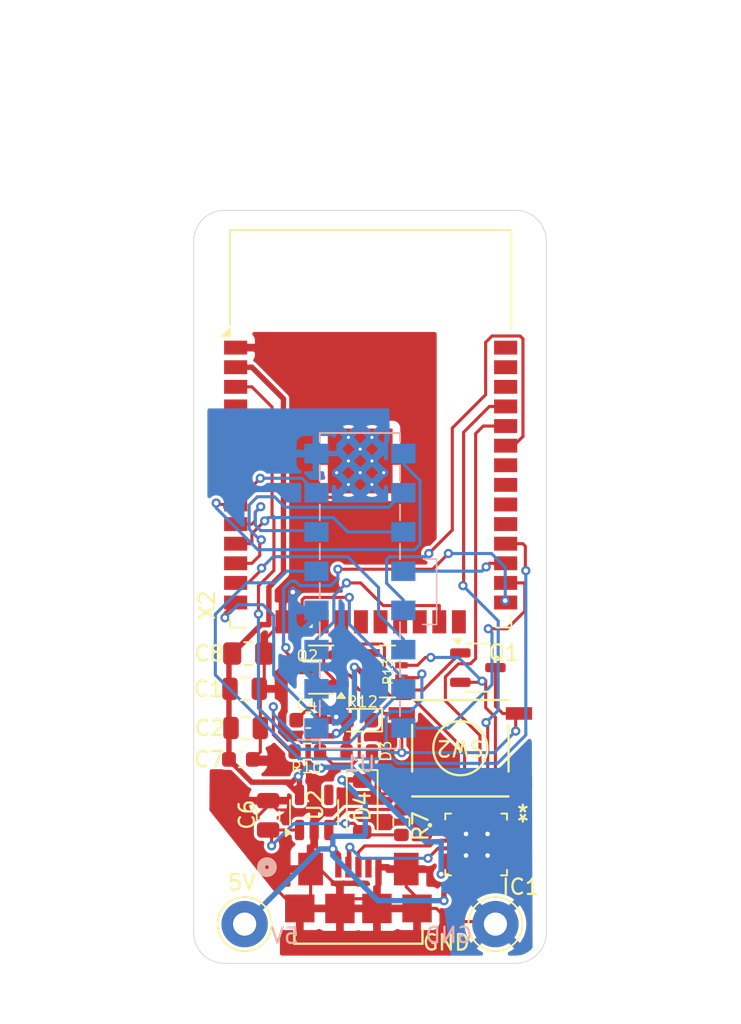
<source format=kicad_pcb>
(kicad_pcb (version 20240108) (generator "pcbnew") (generator_version "8.0")
  (layers (0 "F.Cu" signal) (31 "B.Cu" signal) (34 "B.Paste" user) (35 "F.Paste" user) (36 "B.SilkS" user "B.Silkscreen") (37 "F.SilkS" user "F.Silkscreen") (38 "B.Mask" user) (39 "F.Mask" user) (44 "Edge.Cuts" user))
  (net 0 "")
  (net 1 "GND")
  (net 2 "3.3V")
  (net 3 "/RESET")
  (net 4 "Net-(D4-C)")
  (net 6 "/RTS")
  (net 10 "/DTR")
  (net 12 "VBUS")
  (net 19 "/RXD0")
  (net 21 "Net-(IC1A-D-)")
  (net 23 "/TXD0")
  (net 24 "Net-(Q1-B)")
  (net 25 "Net-(Q2-B)")
  (net 26 "/GPIO0")
  (net 27 "/EN")
  (net 28 "/B1")
  (net 29 "Net-(D3-A)")
  (net 30 "/LED_~{OE}")
  (net 31 "/LED_CLK")
  (net 32 "/STROBE")
  (net 33 "/G2")
  (net 34 "/ADDR_C")
  (net 35 "/G1")
  (net 36 "/ADDR_B")
  (net 37 "/ADDR_D")
  (net 38 "/ADDR_A")
  (net 39 "/B2")
  (net 40 "/R1")
  (net 41 "/R2")
  (net 59 "/D+")
  (footprint "Capacitor_SMD:C_0805_2012Metric" (layer "F.Cu") (at 121.478 114.3)
    (property "Reference" "C2")
    (property "Value" "10uF")
  )
  (footprint "RF_Module:ESP32-WROOM-32" (layer "F.Cu") (at 129.58 97.91)
    (property "Reference" "X2")
    (property "Value" "ESP32_WROOM32_SKINNY")
  )
  (footprint "TestPoint:TestPoint_THTPad_D3.0mm_Drill1.5mm" (layer "F.Cu") (at 137.668 127)
    (property "Reference" "TP2" (hide yes))
    (property "Value" "TestPoint")
  )
  (footprint "Capacitor_SMD:C_0805_2012Metric" (layer "F.Cu") (at 122.936 119.954 90)
    (property "Reference" "C6")
    (property "Value" "10µF")
  )
  (footprint "Resistor_SMD:R_0603_1608Metric" (layer "F.Cu") (at 125.476 115.824)
    (property "Reference" "R10")
    (property "Value" "1K")
  )
  (footprint "Resistor_SMD:R_0603_1608Metric" (layer "F.Cu") (at 131.572 120.396 -90)
    (property "Reference" "R7")
    (property "Value" "100K")
  )
  (footprint "CP2104:QFN50P400X400X80-25N" (layer "F.Cu") (at 136.418 121.843)
    (property "Reference" "IC1")
    (property "Value" "CP2104")
  )
  (footprint "Package_TO_SOT_SMD:SOT-23-3" (layer "F.Cu") (at 126.3705 110.518 180)
    (property "Reference" "Q2")
    (property "Value" "mmbt2222")
  )
  (footprint "Package_TO_SOT_SMD:SOT-23-5" (layer "F.Cu") (at 125.918 119.7665 90)
    (property "Reference" "U2")
    (property "Value" "AP2112-3.3")
  )
  (footprint "Resistor_SMD:R_0603_1608Metric" (layer "F.Cu") (at 128.841 115.824)
    (property "Reference" "R12")
    (property "Value" "100K")
  )
  (footprint "Diode_SMD:D_SOD-123" (layer "F.Cu") (at 129.032 119.38 -90)
    (property "Reference" "D4")
    (property "Value" "MBR120")
  )
  (footprint "Capacitor_SMD:C_0805_2012Metric" (layer "F.Cu") (at 121.412 111.76)
    (property "Reference" "C1")
    (property "Value" "10uF")
  )
  (footprint "Resistor_SMD:R_Array_Convex_4x0603" (layer "F.Cu") (at 130.672 110.636)
    (property "Reference" "R13")
    (property "Value" "10K")
  )
  (footprint "Capacitor_SMD:C_0603_1608Metric" (layer "F.Cu") (at 121.171 116.332)
    (property "Reference" "C7")
    (property "Value" "1uF")
  )
  (footprint "Package_TO_SOT_SMD:SOT-23-3" (layer "F.Cu") (at 136.5305 110.386)
    (property "Reference" "Q1")
    (property "Value" "mmbt2222")
  )
  (footprint "Capacitor_SMD:C_0603_1608Metric" (layer "F.Cu") (at 125.539 113.792)
    (property "Reference" "C4")
    (property "Value" "1uF")
  )
  (footprint "smd_usb_micro_b_connector:CONN_10118192-0002LF_AMP" (layer "F.Cu") (at 128.788 125.5129)
    (property "Reference" "J1" (hide yes))
    (property "Value" "10118192-0002LF")
  )
  (footprint "LED_SMD:LED_0603_1608Metric" (layer "F.Cu") (at 128.841 113.792 180)
    (property "Reference" "D3")
    (property "Value" "RED")
  )
  (footprint "smd_button:PTS645SL43SMTR92LFS_CNK-L" (layer "F.Cu") (at 135.3947 115.606 180)
    (property "Reference" "SW2")
    (property "Value" "KMR2")
  )
  (footprint "Capacitor_SMD:C_0805_2012Metric_Pad1.18x1.45mm_HandSolder" (layer "F.Cu") (at 121.6445 109.474)
    (property "Reference" "C8")
    (property "Value" "10µF")
  )
  (footprint "TestPoint:TestPoint_THTPad_D3.0mm_Drill1.5mm" (layer "F.Cu") (at 121.412 127)
    (property "Reference" "TP1" (hide yes))
    (property "Value" "TestPoint")
  )
  (footprint "Connector:Amphenol 2x8 Connector 89898-308ALF" (layer "B.Cu") (at 128.884 105.41)
    (property "Reference" "U1")
    (property "Value" "HUB75 Connector Female")
  )
  (gr_line (start 133.858 103.3526) (end 133.858 107.5944) (stroke (width 0.1)) (layer "B.SilkS"))
  (gr_line (start 133.858 107.5944) (end 132.9436 107.5944) (stroke (width 0.1)) (layer "B.SilkS"))
  (gr_line (start 132.9944 103.3526) (end 133.858 103.3526) (stroke (width 0.1)) (layer "B.SilkS"))
  (gr_line (start 120.11 80.772) (end 138.97 80.772) (stroke (width 0.05)) (layer "Edge.Cuts"))
  (gr_arc (start 120.11 129.54) (mid 118.695786 128.954214) (end 118.11 127.54) (stroke (width 0.05)) (layer "Edge.Cuts"))
  (gr_line (start 140.97 82.772) (end 140.97 127.54) (stroke (width 0.05)) (layer "Edge.Cuts"))
  (gr_line (start 118.11 127.54) (end 118.11 82.772) (stroke (width 0.05)) (layer "Edge.Cuts"))
  (gr_line (start 138.97 129.54) (end 120.11 129.54) (stroke (width 0.05)) (layer "Edge.Cuts"))
  (gr_arc (start 138.97 80.772) (mid 140.384214 81.357786) (end 140.97 82.772) (stroke (width 0.05)) (layer "Edge.Cuts"))
  (gr_arc (start 118.11 82.772) (mid 118.695786 81.357786) (end 120.11 80.772) (stroke (width 0.05)) (layer "Edge.Cuts"))
  (gr_arc (start 140.97 127.54) (mid 140.384214 128.954214) (end 138.97 129.54) (stroke (width 0.05)) (layer "Edge.Cuts"))
  (gr_text "GND" (at 136.271 128.2954 0) (layer "B.SilkS") (effects (font (size 1 1)) (justify left bottom mirror)))
  (gr_text "5V" (at 125.0188 128.3462 0) (layer "B.SilkS") (effects (font (size 1 1)) (justify left bottom mirror)))
  (gr_text "GND" (at 132.8674 128.778 0) (layer "F.SilkS") (effects (font (size 1 1)) (justify left bottom)))
  (gr_text "5V" (at 120.2182 124.8918 0) (layer "F.SilkS") (effects (font (size 1 1)) (justify left bottom)))
  (segment (start 130.425 96.2375) (end 130.425 95.475) (width 0.2) (layer "F.Cu") (net 1))
  (segment (start 130.889401 118.564) (end 131.5974 117.856001) (width 0.2) (layer "F.Cu") (net 1))
  (segment (start 130.088 124.63) (end 130.088 123.309) (width 0.2) (layer "F.Cu") (net 1))
  (segment (start 123.641 123.434) (end 123.641 124.911) (width 0.2) (layer "F.Cu") (net 1))
  (segment (start 132.347 119.451) (end 133.989 121.093) (width 0.2) (layer "F.Cu") (net 1))
  (segment (start 128.054 115.786) (end 128.016 115.824) (width 0.2) (layer "F.Cu") (net 1))
  (segment (start 122.258 116.644) (end 121.946 116.332) (width 0.2) (layer "F.Cu") (net 1))
  (segment (start 126.292 123.434) (end 127.588 124.73) (width 0.2) (layer "F.Cu") (net 1))
  (segment (start 125.918 120.904) (end 125.918 120.526) (width 0.2) (layer "F.Cu") (net 1))
  (segment (start 135.668 121.093) (end 134.463 121.093) (width 0.2) (layer "F.Cu") (net 1))
  (segment (start 137.668 126.836) (end 137.668 127) (width 0.2) (layer "F.Cu") (net 1))
  (segment (start 123.541 119.609) (end 125.57 119.609) (width 0.2) (layer "F.Cu") (net 1))
  (segment (start 123.87 107.42) (end 122.682 108.608) (width 0.2) (layer "F.Cu") (net 1))
  (segment (start 121.888 120.391) (end 121.888 121.681) (width 0.2) (layer "F.Cu") (net 1))
  (segment (start 128.0535 113.792) (end 128.054 113.792) (width 0.2) (layer "F.Cu") (net 1))
  (segment (start 123.106 119.174) (end 121.888 120.391) (width 0.2) (layer "F.Cu") (net 1))
  (segment (start 129.988 124.73) (end 130.088 124.63) (width 0.2) (layer "F.Cu") (net 1))
  (segment (start 125.918 120.526) (end 126.677 119.766) (width 0.2) (layer "F.Cu") (net 1))
  (segment (start 125.857 120.843) (end 125.918 120.904) (width 0.2) (layer "F.Cu") (net 1))
  (segment (start 128.9 97.7625) (end 128.9 97) (width 0.2) (layer "F.Cu") (net 1))
  (segment (start 126.677 119.766) (end 127.073 119.766) (width 0.2) (layer "F.Cu") (net 1))
  (segment (start 123.641 124.911) (end 124.714 125.984) (width 0.2) (layer "F.Cu") (net 1))
  (segment (start 125.688 123.434) (end 126.292 123.434) (width 0.2) (layer "F.Cu") (net 1))
  (segment (start 128.9 97) (end 128.9 96.2375) (width 0.2) (layer "F.Cu") (net 1))
  (segment (start 135.763 121.188) (end 135.763 121.158) (width 0.2) (layer "F.Cu") (net 1))
  (segment (start 127.375 96.2375) (end 127.375 95.475) (width 0.2) (layer "F.Cu") (net 1))
  (segment (start 123.106 119.174) (end 123.541 119.609) (width 0.2) (layer "F.Cu") (net 1))
  (segment (start 128.0535 113.792) (end 127.254 113.792) (width 0.2) (layer "F.Cu") (net 1))
  (segment (start 128.9 98.525) (end 128.9 97.7625) (width 0.2) (layer "F.Cu") (net 1))
  (segment (start 125.688 125.284) (end 125.688 123.434) (width 0.2) (layer "F.Cu") (net 1))
  (segment (start 127.375 97.7625) (end 127.375 97) (width 0.2) (layer "F.Cu") (net 1))
  (segment (start 131.888 124.589) (end 131.888 123.434) (width 0.2) (layer "F.Cu") (net 1))
  (segment (start 139.192 125.312) (end 137.668 126.836) (width 0.2) (layer "F.Cu") (net 1))
  (segment (start 125.57 119.609) (end 125.857 119.896) (width 0.2) (layer "F.Cu") (net 1))
  (segment (start 121.882 89.66) (end 124.59 92.3683) (width 0.2) (layer "F.Cu") (net 1))
  (segment (start 128.054 113.792) (end 128.054 115.786) (width 0.2) (layer "F.Cu") (net 1))
  (segment (start 125.857 119.896) (end 125.857 120.843) (width 0.2) (layer "F.Cu") (net 1))
  (segment (start 124.950629 116.644) (end 122.258 116.644) (width 0.2) (layer "F.Cu") (net 1))
  (segment (start 124.988 125.984) (end 125.688 125.284) (width 0.2) (layer "F.Cu") (net 1))
  (segment (start 127.375 97) (end 127.375 96.2375) (width 0.2) (layer "F.Cu") (net 1))
  (segment (start 133.283 125.984) (end 131.888 124.589) (width 0.2) (layer "F.Cu") (net 1))
  (segment (start 133.842 125.984) (end 133.283 125.984) (width 0.2) (layer "F.Cu") (net 1))
  (segment (start 127.588 125.984) (end 127.588 125.357) (width 0.2) (layer "F.Cu") (net 1))
  (segment (start 125.57 119.609) (end 125.57 117.263371) (width 0.2) (layer "F.Cu") (net 1))
  (segment (start 124.968 99.7297) (end 124.59 99.3517) (width 0.2) (layer "F.Cu") (net 1))
  (segment (start 120.83 89.66) (end 121.882 89.66) (width 0.2) (layer "F.Cu") (net 1))
  (segment (start 122.428 115.85) (end 122.428 114.3) (width 0.2) (layer "F.Cu") (net 1))
  (segment (start 127.375 98.525) (end 127.375 97.7625) (width 0.2) (layer "F.Cu") (net 1))
  (segment (start 122.682 108.608) (end 122.682 109.474) (width 0.2) (layer "F.Cu") (net 1))
  (segment (start 124.968 105.27) (end 124.968 99.7297) (width 0.2) (layer "F.Cu") (net 1))
  (segment (start 122.682 109.474) (end 122.682 111.44) (width 0.2) (layer "F.Cu") (net 1))
  (segment (start 130.425 97) (end 130.425 96.2375) (width 0.2) (layer "F.Cu") (net 1))
  (segment (start 124.59 92.3683) (end 124.59 99.3517) (width 0.2) (layer "F.Cu") (net 1))
  (segment (start 135.733 121.158) (end 135.668 121.093) (width 0.2) (layer "F.Cu") (net 1))
  (segment (start 122.936 119.004) (end 123.106 119.174) (width 0.2) (layer "F.Cu") (net 1))
  (segment (start 136.418 121.843) (end 135.763 121.188) (width 0.2) (layer "F.Cu") (net 1))
  (segment (start 128.276 118.564) (end 130.889401 118.564) (width 0.2) (layer "F.Cu") (net 1))
  (segment (start 127.375 99.3517) (end 127.375 98.525) (width 0.2) (layer "F.Cu") (net 1))
  (segment (start 123.87 106.368) (end 124.968 105.27) (width 0.2) (layer "F.Cu") (net 1))
  (segment (start 121.946 116.332) (end 122.428 115.85) (width 0.2) (layer "F.Cu") (net 1))
  (segment (start 130.425 98.525) (end 130.425 97.7625) (width 0.2) (layer "F.Cu") (net 1))
  (segment (start 134.695 126.836) (end 133.842 125.984) (width 0.2) (layer "F.Cu") (net 1))
  (segment (start 123.87 107.42) (end 123.87 106.368) (width 0.2) (layer "F.Cu") (net 1))
  (segment (start 124.714 125.984) (end 124.988 125.984) (width 0.2) (layer "F.Cu") (net 1))
  (segment (start 127.254 113.675776) (end 127.347167 113.582609) (width 0.2) (layer "F.Cu") (net 1))
  (segment (start 121.888 121.681) (end 123.641 123.434) (width 0.2) (layer "F.Cu") (net 1))
  (segment (start 130.425 97.7625) (end 130.425 97) (width 0.2) (layer "F.Cu") (net 1))
  (segment (start 124.59 99.3517) (end 127.375 99.3517) (width 0.2) (layer "F.Cu") (net 1))
  (segment (start 127.254 113.792) (end 126.314 113.792) (width 0.2) (layer "F.Cu") (net 1))
  (segment (start 127.588 124.73) (end 127.588 125.357) (width 0.2) (layer "F.Cu") (net 1))
  (segment (start 135.763 121.158) (end 135.733 121.158) (width 0.2) (layer "F.Cu") (net 1))
  (segment (start 128.9 96.2375) (end 128.9 95.475) (width 0.2) (layer "F.Cu") (net 1))
  (segment (start 122.428 111.826) (end 122.428 114.3) (width 0.2) (layer "F.Cu") (net 1))
  (segment (start 127.073 119.766) (end 128.276 118.564) (width 0.2) (layer "F.Cu") (net 1))
  (segment (start 129.988 125.357) (end 129.988 124.73) (width 0.2) (layer "F.Cu") (net 1))
  (segment (start 133.989 121.093) (end 134.463 121.093) (width 0.2) (layer "F.Cu") (net 1))
  (segment (start 132.347 118.605601) (end 132.347 119.451) (width 0.2) (layer "F.Cu") (net 1))
  (segment (start 130.213 123.434) (end 130.088 123.309) (width 0.2) (layer "F.Cu") (net 1))
  (segment (start 129.988 125.357) (end 127.588 125.357) (width 0.2) (layer "F.Cu") (net 1))
  (segment (start 127.254 113.792) (end 127.254 113.675776) (width 0.2) (layer "F.Cu") (net 1))
  (segment (start 122.362 111.76) (end 122.428 111.826) (width 0.2) (layer "F.Cu") (net 1))
  (segment (start 139.192 117.856) (end 139.192 125.312) (width 0.2) (layer "F.Cu") (net 1))
  (segment (start 129.988 125.984) (end 129.988 125.357) (width 0.2) (layer "F.Cu") (net 1))
  (segment (start 131.888 123.434) (end 130.213 123.434) (width 0.2) (layer "F.Cu") (net 1))
  (segment (start 131.5974 117.856001) (end 132.347 118.605601) (width 0.2) (layer "F.Cu") (net 1))
  (segment (start 137.668 126.836) (end 134.695 126.836) (width 0.2) (layer "F.Cu") (net 1))
  (segment (start 122.682 111.44) (end 122.362 111.76) (width 0.2) (layer "F.Cu") (net 1))
  (segment (start 123.641 123.434) (end 125.688 123.434) (width 0.2) (layer "F.Cu") (net 1))
  (segment (start 125.57 117.263371) (end 124.950629 116.644) (width 0.2) (layer "F.Cu") (net 1))
  (segment (start 128.138 98.525) (end 128.138 97) (width 0.2) (layer "F.Cu") (net 1))
  (via (at 135.763 122.555) (size 0.6) (drill 0.3) (layers "F.Cu" "B.Cu") (net 1))
  (via (at 137.16 122.555) (size 0.6) (drill 0.3) (layers "F.Cu" "B.Cu") (net 1))
  (via (at 127.347167 113.582609) (size 0.6) (drill 0.3) (layers "F.Cu" "B.Cu") (net 1))
  (via (at 124.5343 105.4948) (size 0.6) (drill 0.3) (layers "F.Cu" "B.Cu") (net 1))
  (via (at 137.16 121.158) (size 0.6) (drill 0.3) (layers "F.Cu" "B.Cu") (net 1))
  (via (at 135.763 121.158) (size 0.6) (drill 0.3) (layers "F.Cu" "B.Cu") (net 1))
  (segment (start 126.069 111.76) (end 126.069 111.357313) (width 0.35) (layer "B.Cu") (net 1))
  (segment (start 124.820687 108.300883) (end 126.069 107.05257) (width 0.35) (layer "B.Cu") (net 1))
  (segment (start 124.820687 110.109) (end 124.820687 108.300883) (width 0.35) (layer "B.Cu") (net 1))
  (segment (start 124.5343 105.4948) (end 124.5343 105.9923) (width 0.35) (layer "B.Cu") (net 1))
  (segment (start 125.095 106.553) (end 125.942 106.553) (width 0.35) (layer "B.Cu") (net 1))
  (segment (start 125.942 106.553) (end 126.069 106.68) (width 0.35) (layer "B.Cu") (net 1))
  (segment (start 126.069 96.52) (end 127.6096 96.52) (width 0.35) (layer "B.Cu") (net 1))
  (segment (start 126.069 107.05257) (end 126.069 106.68) (width 0.35) (layer "B.Cu") (net 1))
  (segment (start 127.347167 113.582609) (end 126.069 112.304442) (width 0.35) (layer "B.Cu") (net 1))
  (segment (start 126.069 111.357313) (end 124.820687 110.109) (width 0.35) (layer "B.Cu") (net 1))
  (segment (start 124.5343 105.9923) (end 125.095 106.553) (width 0.35) (layer "B.Cu") (net 1))
  (segment (start 126.069 112.304442) (end 126.069 111.76) (width 0.35) (layer "B.Cu") (net 1))
  (segment (start 120.396 114.168) (end 120.528 114.3) (width 0.35) (layer "F.Cu") (net 2))
  (segment (start 129.324 111.036) (end 129.772 111.036) (width 0.35) (layer "F.Cu") (net 2))
  (segment (start 124.143 117.804) (end 124.968 118.629) (width 0.35) (layer "F.Cu") (net 2))
  (segment (start 120.462 111.76) (end 120.396 111.826) (width 0.35) (layer "F.Cu") (net 2))
  (segment (start 134.149 123.722) (end 134.138 123.733) (width 0.35) (layer "F.Cu") (net 2))
  (segment (start 120.396 116.332) (end 121.868 117.804) (width 0.35) (layer "F.Cu") (net 2))
  (segment (start 120.607 109.474) (end 122.478757 107.602243) (width 0.35) (layer "F.Cu") (net 2))
  (segment (start 134.463 123.54) (end 134.463 123.093) (width 0.35) (layer "F.Cu") (net 2))
  (segment (start 123.9266 92.9746) (end 121.882 90.93) (width 0.35) (layer "F.Cu") (net 2))
  (segment (start 124.968 117.5099) (end 124.968 118.629) (width 0.35) (layer "F.Cu") (net 2))
  (segment (start 125.9129 116.8959) (end 126.365 116.8959) (width 0.35) (layer "F.Cu") (net 2))
  (segment (start 122.985099 105.184901) (end 123.9266 104.2434) (width 0.35) (layer "F.Cu") (net 2))
  (segment (start 128.645989 110.357989) (end 129.324 111.036) (width 0.35) (layer "F.Cu") (net 2))
  (segment (start 124.49 117.804) (end 123.952 117.804) (width 0.35) (layer "F.Cu") (net 2))
  (segment (start 134.33 123.54) (end 134.149 123.722) (width 0.35) (layer "F.Cu") (net 2))
  (segment (start 127.354002 114.6425) (end 127.188502 114.808) (width 0.35) (layer "F.Cu") (net 2))
  (segment (start 120.396 114.432) (end 120.528 114.3) (width 0.35) (layer "F.Cu") (net 2))
  (segment (start 125.526 116.509) (end 125.9129 116.8959) (width 0.35) (layer "F.Cu") (net 2))
  (segment (start 124.8905 117.4324) (end 124.968 117.5099) (width 0.35) (layer "F.Cu") (net 2))
  (segment (start 124.861 117.433) (end 124.49 117.804) (width 0.35) (layer "F.Cu") (net 2))
  (segment (start 134.149 123.722) (end 134.149 123.76) (width 0.35) (layer "F.Cu") (net 2))
  (segment (start 121.882 90.93) (end 120.83 90.93) (width 0.35) (layer "F.Cu") (net 2))
  (segment (start 120.396 111.826) (end 120.396 114.168) (width 0.35) (layer "F.Cu") (net 2))
  (segment (start 120.462 111.76) (end 120.396 111.694) (width 0.35) (layer "F.Cu") (net 2))
  (segment (start 123.9266 104.2434) (end 123.9266 92.9746) (width 0.35) (layer "F.Cu") (net 2))
  (segment (start 134.463 123.093) (end 134.463 122.593) (width 0.35) (layer "F.Cu") (net 2))
  (segment (start 122.985099 107.602243) (end 122.985099 105.184901) (width 0.35) (layer "F.Cu") (net 2))
  (segment (start 125.603 114.808) (end 125.526 114.885) (width 0.35) (layer "F.Cu") (net 2))
  (segment (start 120.396 116.332) (end 120.396 114.432) (width 0.35) (layer "F.Cu") (net 2))
  (segment (start 134.91 123.54) (end 134.463 123.54) (width 0.35) (layer "F.Cu") (net 2))
  (segment (start 127.188502 114.808) (end 125.603 114.808) (width 0.35) (layer "F.Cu") (net 2))
  (segment (start 120.396 109.685) (end 120.607 109.474) (width 0.35) (layer "F.Cu") (net 2))
  (segment (start 125.526 114.885) (end 125.526 116.509) (width 0.35) (layer "F.Cu") (net 2))
  (segment (start 120.396 111.694) (end 120.396 109.685) (width 0.35) (layer "F.Cu") (net 2))
  (segment (start 134.463 123.54) (end 134.33 123.54) (width 0.35) (layer "F.Cu") (net 2))
  (segment (start 121.868 117.804) (end 124.143 117.804) (width 0.35) (layer "F.Cu") (net 2))
  (segment (start 128.527105 110.357989) (end 128.645989 110.357989) (width 0.35) (layer "F.Cu") (net 2))
  (segment (start 122.478757 107.602243) (end 122.985099 107.602243) (width 0.35) (layer "F.Cu") (net 2))
  (segment (start 135.168 123.798) (end 134.91 123.54) (width 0.35) (layer "F.Cu") (net 2))
  (via (at 124.8905 117.4324) (size 0.6) (drill 0.3) (layers "F.Cu" "B.Cu") (net 2))
  (via (at 128.527105 110.357989) (size 0.6) (drill 0.3) (layers "F.Cu" "B.Cu") (net 2))
  (via (at 134.149 123.76) (size 0.6) (drill 0.3) (layers "F.Cu" "B.Cu") (net 2))
  (via (at 127.354002 114.6425) (size 0.6) (drill 0.3) (layers "F.Cu" "B.Cu") (net 2))
  (via (at 126.365 116.8959) (size 0.6) (drill 0.3) (layers "F.Cu" "B.Cu") (net 2))
  (segment (start 133.1387 121.666) (end 134.149 121.666) (width 0.35) (layer "B.Cu") (net 2))
  (segment (start 127.354002 114.6425) (end 127.5465 114.6425) (width 0.35) (layer "B.Cu") (net 2))
  (segment (start 127.5465 114.6425) (end 128.527105 113.661895) (width 0.35) (layer "B.Cu") (net 2))
  (segment (start 124.8905 117.4324) (end 125.4829 116.84) (width 0.35) (layer "B.Cu") (net 2))
  (segment (start 125.4829 116.84) (end 128.3127 116.84) (width 0.35) (layer "B.Cu") (net 2))
  (segment (start 134.149 121.666) (end 134.149 123.76) (width 0.35) (layer "B.Cu") (net 2))
  (segment (start 128.3127 116.84) (end 133.1387 121.666) (width 0.35) (layer "B.Cu") (net 2))
  (segment (start 128.527105 113.661895) (end 128.527105 110.357989) (width 0.35) (layer "B.Cu") (net 2))
  (segment (start 132.6632 111.036) (end 132.9015 110.7977) (width 0.2) (layer "F.Cu") (net 3))
  (segment (start 123.19 93.508) (end 123.19 100.516371) (width 0.2) (layer "F.Cu") (net 3))
  (segment (start 139.192 113.356) (end 138.666 113.356) (width 0.2) (layer "F.Cu") (net 3))
  (segment (start 138.983 113.673) (end 138.983 114.4983) (width 0.2) (layer "F.Cu") (net 3))
  (segment (start 138.14 113.356) (end 137.668 112.884) (width 0.2) (layer "F.Cu") (net 3))
  (segment (start 131.597 113.704) (end 131.597 113.356) (width 0.2) (layer "F.Cu") (net 3))
  (segment (start 138.666 113.356) (end 138.983 113.673) (width 0.2) (layer "F.Cu") (net 3))
  (segment (start 123.19 100.516371) (end 123.3111 100.637471) (width 0.2) (layer "F.Cu") (net 3))
  (segment (start 131.5974 113.7036) (end 131.5974 113.356) (width 0.2) (layer "F.Cu") (net 3))
  (segment (start 125.573 112.983) (end 124.764 113.792) (width 0.2) (layer "F.Cu") (net 3))
  (segment (start 131.597 115.8959) (end 131.597 114.052) (width 0.2) (layer "F.Cu") (net 3))
  (segment (start 120.83 92.2) (end 121.882 92.2) (width 0.2) (layer "F.Cu") (net 3))
  (segment (start 131.572 111.036) (end 132.6632 111.036) (width 0.2) (layer "F.Cu") (net 3))
  (segment (start 130.445 113.356) (end 130.072 112.983) (width 0.2) (layer "F.Cu") (net 3))
  (segment (start 121.882 92.2) (end 123.19 93.508) (width 0.2) (layer "F.Cu") (net 3))
  (segment (start 131.597 114.052) (end 131.597 113.704) (width 0.2) (layer "F.Cu") (net 3))
  (segment (start 131.597 113.356) (end 130.445 113.356) (width 0.2) (layer "F.Cu") (net 3))
  (segment (start 123.3111 104.0899) (end 122.309 105.092) (width 0.2) (layer "F.Cu") (net 3))
  (segment (start 138.666 113.356) (end 138.14 113.356) (width 0.2) (layer "F.Cu") (net 3))
  (segment (start 137.668 112.884) (end 137.668 110.386) (width 0.2) (layer "F.Cu") (net 3))
  (segment (start 130.072 112.983) (end 125.573 112.983) (width 0.2) (layer "F.Cu") (net 3))
  (segment (start 122.309 105.092) (end 122.309 106.9142) (width 0.2) (layer "F.Cu") (net 3))
  (segment (start 123.3111 100.637471) (end 123.3111 104.0899) (width 0.2) (layer "F.Cu") (net 3))
  (segment (start 131.597 113.704) (end 131.5974 113.7036) (width 0.2) (layer "F.Cu") (net 3))
  (via (at 132.9015 110.7977) (size 0.6) (drill 0.3) (layers "F.Cu" "B.Cu") (net 3))
  (via (at 138.983 114.4983) (size 0.6) (drill 0.3) (layers "F.Cu" "B.Cu") (net 3))
  (via (at 131.597 115.8959) (size 0.6) (drill 0.3) (layers "F.Cu" "B.Cu") (net 3))
  (via (at 122.309 106.9142) (size 0.6) (drill 0.3) (layers "F.Cu" "B.Cu") (net 3))
  (segment (start 132.9015 112.4816) (end 132.9015 110.7977) (width 0.2) (layer "B.Cu") (net 3))
  (segment (start 130.586 113.5206) (end 130.8758 113.2308) (width 0.2) (layer "B.Cu") (net 3))
  (segment (start 130.8758 113.2308) (end 132.1523 113.2308) (width 0.2) (layer "B.Cu") (net 3))
  (segment (start 131.597 115.8959) (end 137.5854 115.8959) (width 0.2) (layer "B.Cu") (net 3))
  (segment (start 137.5854 115.8959) (end 138.983 114.4983) (width 0.2) (layer "B.Cu") (net 3))
  (segment (start 130.804 115.8959) (end 130.586 115.6779) (width 0.2) (layer "B.Cu") (net 3))
  (segment (start 124.9813 115.6779) (end 122.309 113.0056) (width 0.2) (layer "B.Cu") (net 3))
  (segment (start 122.309 113.0056) (end 122.309 106.9142) (width 0.2) (layer "B.Cu") (net 3))
  (segment (start 130.586 115.6779) (end 130.586 113.5206) (width 0.2) (layer "B.Cu") (net 3))
  (segment (start 132.1523 113.2308) (end 132.9015 112.4816) (width 0.2) (layer "B.Cu") (net 3))
  (segment (start 130.586 115.6779) (end 124.9813 115.6779) (width 0.2) (layer "B.Cu") (net 3))
  (segment (start 131.597 115.8959) (end 130.804 115.8959) (width 0.2) (layer "B.Cu") (net 3))
  (segment (start 128.471 120.469) (end 129.032 121.03) (width 0.2) (layer "F.Cu") (net 4))
  (segment (start 129.223 121.221) (end 129.032 121.03) (width 0.2) (layer "F.Cu") (net 4))
  (segment (start 123.1625 121.1305) (end 122.936 120.904) (width 0.2) (layer "F.Cu") (net 4))
  (segment (start 124.968 120.904) (end 124.538 120.904) (width 0.2) (layer "F.Cu") (net 4))
  (segment (start 127.934 120.469) (end 128.471 120.469) (width 0.2) (layer "F.Cu") (net 4))
  (segment (start 131.572 121.221) (end 129.223 121.221) (width 0.2) (layer "F.Cu") (net 4))
  (segment (start 127.934 120.469) (end 127.934 120.4905) (width 0.2) (layer "F.Cu") (net 4))
  (segment (start 124.538 120.904) (end 122.936 120.904) (width 0.2) (layer "F.Cu") (net 4))
  (segment (start 123.1625 121.923) (end 123.1625 121.1305) (width 0.2) (layer "F.Cu") (net 4))
  (segment (start 127.934 120.4905) (end 127.9324 120.4921) (width 0.2) (layer "F.Cu") (net 4))
  (via (at 123.1625 121.923) (size 0.6) (drill 0.3) (layers "F.Cu" "B.Cu") (net 4))
  (via (at 127.9324 120.4921) (size 0.6) (drill 0.3) (layers "F.Cu" "B.Cu") (net 4))
  (segment (start 124.5934 120.4921) (end 123.1625 121.923) (width 0.2) (layer "B.Cu") (net 4))
  (segment (start 127.9324 120.4921) (end 124.5934 120.4921) (width 0.2) (layer "B.Cu") (net 4))
  (segment (start 137.038 111.336) (end 137.036 111.336) (width 0.2) (layer "F.Cu") (net 6))
  (segment (start 137.668 113.611) (end 137.668 119.888) (width 0.2) (layer "F.Cu") (net 6))
  (segment (start 137.038 111.2625) (end 137.038 111.336) (width 0.2) (layer "F.Cu") (net 6))
  (segment (start 137.038 112.981) (end 137.668 113.611) (width 0.2) (layer "F.Cu") (net 6))
  (segment (start 132.614671 110.236) (end 131.572 110.236) (width 0.2) (layer "F.Cu") (net 6))
  (segment (start 133.477 109.728) (end 133.122671 109.728) (width 0.2) (layer "F.Cu") (net 6))
  (segment (start 136.8026 111.2625) (end 137.038 111.2625) (width 0.2) (layer "F.Cu") (net 6))
  (segment (start 137.036 111.336) (end 137.038 111.336) (width 0.2) (layer "F.Cu") (net 6))
  (segment (start 137.038 111.215) (end 137.038 111.2625) (width 0.2) (layer "F.Cu") (net 6))
  (segment (start 133.122671 109.728) (end 132.614671 110.236) (width 0.2) (layer "F.Cu") (net 6))
  (segment (start 135.393 111.336) (end 137.036 111.336) (width 0.2) (layer "F.Cu") (net 6))
  (segment (start 137.038 111.336) (end 137.038 112.981) (width 0.2) (layer "F.Cu") (net 6))
  (via (at 136.8026 111.2625) (size 0.6) (drill 0.3) (layers "F.Cu" "B.Cu") (net 6))
  (via (at 133.477 109.728) (size 0.6) (drill 0.3) (layers "F.Cu" "B.Cu") (net 6))
  (segment (start 135.2681 109.728) (end 136.8026 111.2625) (width 0.2) (layer "B.Cu") (net 6))
  (segment (start 133.477 109.728) (end 135.2681 109.728) (width 0.2) (layer "B.Cu") (net 6))
  (segment (start 129.772 111.836) (end 130.474 111.836) (width 0.2) (layer "F.Cu") (net 10))
  (segment (start 128.854 111.836) (end 128.4705 111.4525) (width 0.2) (layer "F.Cu") (net 10))
  (segment (start 127.508 110.49) (end 127.508 109.568) (width 0.2) (layer "F.Cu") (net 10))
  (segment (start 128.211052 110.868) (end 127.886 110.868) (width 0.2) (layer "F.Cu") (net 10))
  (segment (start 128.4705 111.127448) (end 128.211052 110.868) (width 0.2) (layer "F.Cu") (net 10))
  (segment (start 131.025 112.388) (end 132.335 112.388) (width 0.2) (layer "F.Cu") (net 10))
  (segment (start 127.886 110.868) (end 127.508 110.49) (width 0.2) (layer "F.Cu") (net 10))
  (segment (start 132.335 112.388) (end 135.668 115.72) (width 0.2) (layer "F.Cu") (net 10))
  (segment (start 135.668 115.72) (end 135.668 119.888) (width 0.2) (layer "F.Cu") (net 10))
  (segment (start 129.772 111.836) (end 128.854 111.836) (width 0.2) (layer "F.Cu") (net 10))
  (segment (start 130.474 111.836) (end 131.025 112.388) (width 0.2) (layer "F.Cu") (net 10))
  (segment (start 128.4705 111.4525) (end 128.4705 111.127448) (width 0.2) (layer "F.Cu") (net 10))
  (segment (start 134.333 125.227) (end 134.3331 125.2271) (width 0.35) (layer "F.Cu") (net 12))
  (segment (start 127.2146 122.1341) (end 127.127 122.1341) (width 0.35) (layer "F.Cu") (net 12))
  (segment (start 134.3331 125.2271) (end 134.3331 125.4813) (width 0.35) (layer "F.Cu") (net 12))
  (segment (start 135.499 124.531) (end 135.6614 124.3686) (width 0.35) (layer "F.Cu") (net 12))
  (segment (start 135.6614 124.3686) (end 135.6614 124.206) (width 0.35) (layer "F.Cu") (net 12))
  (segment (start 127.7137 117.6193) (end 127.7137 117.6602) (width 0.35) (layer "F.Cu") (net 12))
  (segment (start 127.488 122.4951) (end 127.127 122.1341) (width 0.35) (layer "F.Cu") (net 12))
  (segment (start 127.7137 117.6602) (end 128.9622 117.6602) (width 0.35) (layer "F.Cu") (net 12))
  (segment (start 129.349 117.413) (end 129.032 117.73) (width 0.35) (layer "F.Cu") (net 12))
  (segment (start 129.666 117.096) (end 129.349 117.413) (width 0.35) (layer "F.Cu") (net 12))
  (segment (start 127.488 123.309) (end 127.488 122.4951) (width 0.35) (layer "F.Cu") (net 12))
  (segment (start 134.333 125.227) (end 134.333 124.856) (width 0.35) (layer "F.Cu") (net 12))
  (segment (start 128.9622 117.6602) (end 129.032 117.73) (width 0.35) (layer "F.Cu") (net 12))
  (segment (start 134.658 124.531) (end 135.499 124.531) (width 0.35) (layer "F.Cu") (net 12))
  (segment (start 129.666 115.824) (end 129.666 116.809) (width 0.35) (layer "F.Cu") (net 12))
  (segment (start 134.333 125.598) (end 134.333 125.227) (width 0.35) (layer "F.Cu") (net 12))
  (segment (start 134.333 124.856) (end 134.658 124.531) (width 0.35) (layer "F.Cu") (net 12))
  (segment (start 129.666 116.809) (end 129.666 117.096) (width 0.35) (layer "F.Cu") (net 12))
  (via (at 127.7137 117.6602) (size 0.6) (drill 0.3) (layers "F.Cu" "B.Cu") (net 12))
  (via (at 134.3331 125.4813) (size 0.6) (drill 0.3) (layers "F.Cu" "B.Cu") (net 12))
  (via (at 127.127 122.1341) (size 0.6) (drill 0.3) (layers "F.Cu" "B.Cu") (net 12))
  (segment (start 127.127 121.3612) (end 127.127 122.1341) (width 0.35) (layer "B.Cu") (net 12))
  (segment (start 129.2352 119.5832) (end 129.2352 119.1817) (width 0.35) (layer "B.Cu") (net 12))
  (segment (start 129.2352 119.1817) (end 127.7137 117.6602) (width 0.35) (layer "B.Cu") (net 12))
  (segment (start 127.127 122.1341) (end 127.127 122.555) (width 0.35) (layer "B.Cu") (net 12))
  (segment (start 126.2779 122.1341) (end 121.412 127) (width 0.35) (layer "B.Cu") (net 12))
  (segment (start 127.127 122.1341) (end 126.2779 122.1341) (width 0.35) (layer "B.Cu") (net 12))
  (segment (start 129.2352 121.1834) (end 129.1082 121.3104) (width 0.35) (layer "B.Cu") (net 12))
  (segment (start 129.2352 119.5832) (end 129.2352 121.1834) (width 0.35) (layer "B.Cu") (net 12))
  (segment (start 127.1778 121.3104) (end 127.127 121.3612) (width 0.35) (layer "B.Cu") (net 12))
  (segment (start 127.127 122.1341) (end 127.2642 122.1341) (width 0.35) (layer "B.Cu") (net 12))
  (segment (start 130.0533 125.4813) (end 134.3331 125.4813) (width 0.35) (layer "B.Cu") (net 12))
  (segment (start 129.1082 121.3104) (end 127.1778 121.3104) (width 0.35) (layer "B.Cu") (net 12))
  (segment (start 127.127 122.555) (end 130.0533 125.4813) (width 0.35) (layer "B.Cu") (net 12))
  (segment (start 134.426 110.986) (end 135.274 110.138) (width 0.2) (layer "F.Cu") (net 19))
  (segment (start 136.049 110.138) (end 136.386 109.802) (width 0.2) (layer "F.Cu") (net 19))
  (segment (start 136.386 109.802) (end 136.386 95.229) (width 0.2) (layer "F.Cu") (net 19))
  (segment (start 136.386 95.229) (end 136.875 94.74) (width 0.2) (layer "F.Cu") (net 19))
  (segment (start 136.875 94.74) (end 138.33 94.74) (width 0.2) (layer "F.Cu") (net 19))
  (segment (start 135.274 110.138) (end 136.049 110.138) (width 0.2) (layer "F.Cu") (net 19))
  (segment (start 136.668 119.888) (end 136.668 114.779) (width 0.2) (layer "F.Cu") (net 19))
  (segment (start 136.668 114.779) (end 134.426 112.536) (width 0.2) (layer "F.Cu") (net 19))
  (segment (start 134.426 112.536) (end 134.426 110.986) (width 0.2) (layer "F.Cu") (net 19))
  (segment (start 128.138 122.718) (end 128.2306 122.6254) (width 0.2) (layer "F.Cu") (net 21))
  (segment (start 133.298 122.738) (end 133.943 122.093) (width 0.2) (layer "F.Cu") (net 21))
  (segment (start 128.138 122.127) (end 128.138 122.718) (width 0.2) (layer "F.Cu") (net 21))
  (segment (start 133.943 122.093) (end 134.463 122.093) (width 0.2) (layer "F.Cu") (net 21))
  (segment (start 133.274 122.762) (end 133.298 122.738) (width 0.2) (layer "F.Cu") (net 21))
  (segment (start 128.2306 122.6254) (end 128.2306 122.0185) (width 0.2) (layer "F.Cu") (net 21))
  (segment (start 128.138 122.718) (end 128.138 123.309) (width 0.2) (layer "F.Cu") (net 21))
  (via (at 128.2306 122.0185) (size 0.6) (drill 0.3) (layers "F.Cu" "B.Cu") (net 21))
  (via (at 133.298 122.738) (size 0.6) (drill 0.3) (layers "F.Cu" "B.Cu") (net 21))
  (segment (start 128.2306 122.0185) (end 128.9501 122.738) (width 0.2) (layer "B.Cu") (net 21))
  (segment (start 128.9501 122.738) (end 133.298 122.738) (width 0.2) (layer "B.Cu") (net 21))
  (segment (start 137.168 119.888) (end 137.168 114.052) (width 0.2) (layer "F.Cu") (net 23))
  (segment (start 135.564 105.0783) (end 135.605 105.0373) (width 0.2) (layer "F.Cu") (net 23))
  (segment (start 135.564 105.078) (end 135.564 105.0783) (width 0.2) (layer "F.Cu") (net 23))
  (segment (start 137.278 93.47) (end 138.33 93.47) (width 0.2) (layer "F.Cu") (net 23))
  (segment (start 135.602 95.1467) (end 137.278 93.47) (width 0.2) (layer "F.Cu") (net 23))
  (segment (start 137.061 113.945) (end 137.061 113.9449) (width 0.2) (layer "F.Cu") (net 23))
  (segment (start 135.605 95.1497) (end 135.602 95.1467) (width 0.2) (layer "F.Cu") (net 23))
  (segment (start 137.168 114.052) (end 137.061 113.945) (width 0.2) (layer "F.Cu") (net 23))
  (segment (start 135.605 105.0373) (end 135.605 95.1497) (width 0.2) (layer "F.Cu") (net 23))
  (via (at 137.061 113.9449) (size 0.6) (drill 0.3) (layers "F.Cu" "B.Cu") (net 23))
  (via (at 135.564 105.0783) (size 0.6) (drill 0.3) (layers "F.Cu" "B.Cu") (net 23))
  (segment (start 137.8466 107.3609) (end 137.8466 113.1593) (width 0.2) (layer "B.Cu") (net 23))
  (segment (start 137.8466 113.1593) (end 137.061 113.9449) (width 0.2) (layer "B.Cu") (net 23))
  (segment (start 135.564 105.0783) (end 137.8466 107.3609) (width 0.2) (layer "B.Cu") (net 23))
  (segment (start 135.393 109.436) (end 132.993 111.836) (width 0.2) (layer "F.Cu") (net 24))
  (segment (start 132.993 111.836) (end 131.572 111.836) (width 0.2) (layer "F.Cu") (net 24))
  (segment (start 130.474 110.236) (end 130.474 109.029) (width 0.2) (layer "F.Cu") (net 25))
  (segment (start 129.772 110.236) (end 130.474 110.236) (width 0.2) (layer "F.Cu") (net 25))
  (segment (start 126.542 110.502) (end 127.508 111.468) (width 0.2) (layer "F.Cu") (net 25))
  (segment (start 126.542 109.154) (end 126.542 110.502) (width 0.2) (layer "F.Cu") (net 25))
  (segment (start 130.474 109.029) (end 130.303 108.859) (width 0.2) (layer "F.Cu") (net 25))
  (segment (start 126.838 108.859) (end 126.542 109.154) (width 0.2) (layer "F.Cu") (net 25))
  (segment (start 130.303 108.859) (end 126.838 108.859) (width 0.2) (layer "F.Cu") (net 25))
  (segment (start 127.4572 104.013) (end 133.604 104.013) (width 0.2) (layer "F.Cu") (net 26))
  (segment (start 124.079 109.093) (end 124.079 109.364) (width 0.2) (layer "F.Cu") (net 26))
  (segment (start 124.079 109.364) (end 125.233 110.518) (width 0.2) (layer "F.Cu") (net 26))
  (segment (start 138.303 106.045) (end 137.924 106.17) (width 0.2) (layer "F.Cu") (net 26))
  (segment (start 138.33 106.17) (end 138.303 106.045) (width 0.2) (layer "F.Cu") (net 26))
  (segment (start 133.604 104.013) (end 134.62 102.997) (width 0.2) (layer "F.Cu") (net 26))
  (via (at 134.62 102.997) (size 0.6) (drill 0.3) (layers "F.Cu" "B.Cu") (net 26))
  (via (at 124.079 109.093) (size 0.6) (drill 0.3) (layers "F.Cu" "B.Cu") (net 26))
  (via (at 138.303 106.045) (size 0.6) (drill 0.3) (layers "F.Cu" "B.Cu") (net 26))
  (via (at 127.4572 104.013) (size 0.6) (drill 0.3) (layers "F.Cu" "B.Cu") (net 26))
  (segment (start 127.4572 104.612271) (end 127.4572 104.013) (width 0.2) (layer "B.Cu") (net 26))
  (segment (start 124.079 109.093) (end 123.9343 108.9483) (width 0.2) (layer "B.Cu") (net 26))
  (segment (start 124.7 104.791) (end 124.984 105.075) (width 0.2) (layer "B.Cu") (net 26))
  (segment (start 124.984 105.075) (end 126.994471 105.075) (width 0.2) (layer "B.Cu") (net 26))
  (segment (start 138.303 106.045) (end 138.303 103.886) (width 0.2) (layer "B.Cu") (net 26))
  (segment (start 126.994471 105.075) (end 127.4572 104.612271) (width 0.2) (layer "B.Cu") (net 26))
  (segment (start 123.9343 105.246271) (end 124.389571 104.791) (width 0.2) (layer "B.Cu") (net 26))
  (segment (start 123.9343 108.9483) (end 123.9343 105.246271) (width 0.2) (layer "B.Cu") (net 26))
  (segment (start 137.414 102.997) (end 134.62 102.997) (width 0.2) (layer "B.Cu") (net 26))
  (segment (start 138.303 103.886) (end 137.414 102.997) (width 0.2) (layer "B.Cu") (net 26))
  (segment (start 124.389571 104.791) (end 124.7 104.791) (width 0.2) (layer "B.Cu") (net 26))
  (segment (start 131.572 119.571) (end 127.981 119.571) (width 0.2) (layer "F.Cu") (net 27))
  (segment (start 127.981 119.571) (end 126.868 120.684) (width 0.2) (layer "F.Cu") (net 27))
  (segment (start 126.868 120.684) (end 126.868 120.904) (width 0.2) (layer "F.Cu") (net 27))
  (segment (start 125.14 105.9935) (end 125.14 106.469) (width 0.2) (layer "F.Cu") (net 28))
  (segment (start 125.2945 105.839) (end 128.198 105.839) (width 0.2) (layer "F.Cu") (net 28))
  (segment (start 124.367 115.824) (end 123.272 114.728) (width 0.2) (layer "F.Cu") (net 28))
  (segment (start 124.651 115.824) (end 124.367 115.824) (width 0.2) (layer "F.Cu") (net 28))
  (segment (start 123.272 114.728) (end 123.272 112.9215) (width 0.2) (layer "F.Cu") (net 28))
  (segment (start 125.14 105.9935) (end 125.2945 105.839) (width 0.2) (layer "F.Cu") (net 28))
  (segment (start 125.14 106.469) (end 125.14 107.42) (width 0.2) (layer "F.Cu") (net 28))
  (via (at 128.198 105.839) (size 0.6) (drill 0.3) (layers "F.Cu" "B.Cu") (net 28))
  (via (at 123.272 112.9215) (size 0.6) (drill 0.3) (layers "F.Cu" "B.Cu") (net 28))
  (segment (start 131.697 111.76) (end 128.2145 115.2425) (width 0.2) (layer "B.Cu") (net 28))
  (segment (start 131.699 111.76) (end 131.697 111.76) (width 0.2) (layer "B.Cu") (net 28))
  (segment (start 131.699 111.0868) (end 128.198 107.5858) (width 0.2) (layer "B.Cu") (net 28))
  (segment (start 128.2145 115.2425) (end 125.116 115.2425) (width 0.2) (layer "B.Cu") (net 28))
  (segment (start 128.198 107.5858) (end 128.198 105.839) (width 0.2) (layer "B.Cu") (net 28))
  (segment (start 125.116 115.2425) (end 123.272 113.3985) (width 0.2) (layer "B.Cu") (net 28))
  (segment (start 131.699 111.76) (end 131.699 111.0868) (width 0.2) (layer "B.Cu") (net 28))
  (segment (start 123.272 113.3985) (end 123.272 112.9215) (width 0.2) (layer "B.Cu") (net 28))
  (segment (start 128.841 116.209) (end 128.841 114.58) (width 0.2) (layer "F.Cu") (net 29))
  (segment (start 129.333 114.0875) (end 129.628 113.792) (width 0.2) (layer "F.Cu") (net 29))
  (segment (start 129.038 114.383) (end 129.234 114.186) (width 0.2) (layer "F.Cu") (net 29))
  (segment (start 128.41 116.64) (end 128.841 116.209) (width 0.2) (layer "F.Cu") (net 29))
  (segment (start 129.038 114.383) (end 129.333 114.0875) (width 0.2) (layer "F.Cu") (net 29))
  (segment (start 129.333 114.0875) (end 129.6285 113.792) (width 0.2) (layer "F.Cu") (net 29))
  (segment (start 128.841 114.58) (end 129.038 114.383) (width 0.2) (layer "F.Cu") (net 29))
  (segment (start 127.117 116.64) (end 128.41 116.64) (width 0.2) (layer "F.Cu") (net 29))
  (segment (start 126.301 115.824) (end 127.117 116.64) (width 0.2) (layer "F.Cu") (net 29))
  (segment (start 119.778 99.82) (end 120.83 99.82) (width 0.2) (layer "F.Cu") (net 30))
  (segment (start 119.554 99.5961) (end 119.778 99.82) (width 0.2) (layer "F.Cu") (net 30))
  (segment (start 119.778 99.82) (end 119.656 99.82) (width 0.2) (layer "F.Cu") (net 30))
  (segment (start 119.656 99.82) (end 119.5685 99.7325) (width 0.2) (layer "F.Cu") (net 30))
  (via (at 119.5685 99.7325) (size 0.6) (drill 0.3) (layers "F.Cu" "B.Cu") (net 30))
  (segment (start 131.699 96.52) (end 131.699 97.1932) (width 0.2) (layer "B.Cu") (net 30))
  (segment (start 122.2711 102.7501) (end 119.5685 100.0475) (width 0.2) (layer "B.Cu") (net 30))
  (segment (start 132.7857 102.3984) (end 132.434 102.7501) (width 0.2) (layer "B.Cu") (net 30))
  (segment (start 132.434 102.7501) (end 122.2711 102.7501) (width 0.2) (layer "B.Cu") (net 30))
  (segment (start 131.699 97.1932) (end 132.7857 98.2799) (width 0.2) (layer "B.Cu") (net 30))
  (segment (start 119.5685 100.0475) (end 119.5685 99.7325) (width 0.2) (layer "B.Cu") (net 30))
  (segment (start 132.7857 98.2799) (end 132.7857 102.3984) (width 0.2) (layer "B.Cu") (net 30))
  (segment (start 122.394 103.118) (end 121.882 103.63) (width 0.2) (layer "F.Cu") (net 31))
  (segment (start 122.394 102.185) (end 122.394 102.548) (width 0.2) (layer "F.Cu") (net 31))
  (segment (start 122.4893 102.1893) (end 122.4893 102.1109) (width 0.2) (layer "F.Cu") (net 31))
  (segment (start 121.882 103.63) (end 120.83 103.63) (width 0.2) (layer "F.Cu") (net 31))
  (segment (start 122.394 102.548) (end 122.394 103.118) (width 0.2) (layer "F.Cu") (net 31))
  (via (at 122.4893 102.1109) (size 0.6) (drill 0.3) (layers "F.Cu" "B.Cu") (net 31))
  (segment (start 122.2377 99.321) (end 123.3458 99.321) (width 0.2) (layer "B.Cu") (net 31))
  (segment (start 124.0215 99.9967) (end 130.7623 99.9967) (width 0.2) (layer "B.Cu") (net 31))
  (segment (start 123.3458 99.321) (end 124.0215 99.9967) (width 0.2) (layer "B.Cu") (net 31))
  (segment (start 130.7623 99.9967) (end 131.699 99.06) (width 0.2) (layer "B.Cu") (net 31))
  (segment (start 121.7033 99.8554) (end 122.2377 99.321) (width 0.2) (layer "B.Cu") (net 31))
  (segment (start 122.4893 102.1109) (end 122.3941 102.1109) (width 0.2) (layer "B.Cu") (net 31))
  (segment (start 121.7033 101.4201) (end 121.7033 99.8554) (width 0.2) (layer "B.Cu") (net 31))
  (segment (start 122.3941 102.1109) (end 121.7033 101.4201) (width 0.2) (layer "B.Cu") (net 31))
  (segment (start 122.428 98.1233) (end 122.0013 98.55) (width 0.2) (layer "F.Cu") (net 32))
  (segment (start 122.0013 98.55) (end 120.83 98.55) (width 0.2) (layer "F.Cu") (net 32))
  (via (at 122.428 98.1233) (size 0.6) (drill 0.3) (layers "F.Cu" "B.Cu") (net 32))
  (segment (start 125.1323 98.1233) (end 126.069 99.06) (width 0.2) (layer "B.Cu") (net 32))
  (segment (start 122.428 98.1233) (end 125.1323 98.1233) (width 0.2) (layer "B.Cu") (net 32))
  (segment (start 130.3956 106.368) (end 134.03 106.368) (width 0.2) (layer "F.Cu") (net 33))
  (segment (start 128.9296 104.902) (end 130.3956 106.368) (width 0.2) (layer "F.Cu") (net 33))
  (segment (start 134.03 106.368) (end 134.03 107.42) (width 0.2) (layer "F.Cu") (net 33))
  (segment (start 128.016 104.902) (end 128.9296 104.902) (width 0.2) (layer "F.Cu") (net 33))
  (via (at 128.016 104.902) (size 0.6) (drill 0.3) (layers "F.Cu" "B.Cu") (net 33))
  (segment (start 126.069 108.5468) (end 126.069 109.22) (width 0.2) (layer "B.Cu") (net 33))
  (segment (start 127.1944 107.4214) (end 126.069 108.5468) (width 0.2) (layer "B.Cu") (net 33))
  (segment (start 128.016 104.902) (end 127.1944 105.7236) (width 0.2) (layer "B.Cu") (net 33))
  (segment (start 127.1944 105.7236) (end 127.1944 107.4214) (width 0.2) (layer "B.Cu") (net 33))
  (segment (start 120.83 102.36) (end 121.882 102.36) (width 0.2) (layer "F.Cu") (net 34))
  (segment (start 121.882 101.713) (end 122.708 100.886) (width 0.2) (layer "F.Cu") (net 34))
  (segment (start 121.882 102.36) (end 121.882 101.713) (width 0.2) (layer "F.Cu") (net 34))
  (segment (start 122.708 100.886) (end 122.708 100.808) (width 0.2) (layer "F.Cu") (net 34))
  (segment (start 122.708 100.886) (end 122.7111 100.886) (width 0.2) (layer "F.Cu") (net 34))
  (via (at 122.7111 100.886) (size 0.6) (drill 0.3) (layers "F.Cu" "B.Cu") (net 34))
  (segment (start 127.154 100.665) (end 122.9321 100.665) (width 0.2) (layer "B.Cu") (net 34))
  (segment (start 122.9321 100.665) (end 122.7111 100.886) (width 0.2) (layer "B.Cu") (net 34))
  (segment (start 128.089 101.6) (end 127.154 100.665) (width 0.2) (layer "B.Cu") (net 34))
  (segment (start 131.699 101.6) (end 128.089 101.6) (width 0.2) (layer "B.Cu") (net 34))
  (segment (start 120.83 106.17) (end 120.139 106.861) (width 0.2) (layer "F.Cu") (net 35))
  (segment (start 120.139 106.861) (end 120.139 107.157) (width 0.2) (layer "F.Cu") (net 35))
  (via (at 120.139 107.157) (size 0.6) (drill 0.3) (layers "F.Cu" "B.Cu") (net 35))
  (segment (start 122.6017 106.3124) (end 120.9836 106.3124) (width 0.2) (layer "B.Cu") (net 35))
  (segment (start 126.069 113.6346) (end 123.2943 110.8599) (width 0.2) (layer "B.Cu") (net 35))
  (segment (start 126.069 114.3) (end 126.069 113.6346) (width 0.2) (layer "B.Cu") (net 35))
  (segment (start 123.2943 107.005) (end 122.6017 106.3124) (width 0.2) (layer "B.Cu") (net 35))
  (segment (start 120.9836 106.3124) (end 120.139 107.157) (width 0.2) (layer "B.Cu") (net 35))
  (segment (start 123.2943 110.8599) (end 123.2943 107.005) (width 0.2) (layer "B.Cu") (net 35))
  (segment (start 138.33 102.36) (end 139.444 102.36) (width 0.2) (layer "F.Cu") (net 36))
  (segment (start 139.444 102.36) (end 139.608 102.524) (width 0.2) (layer "F.Cu") (net 36))
  (segment (start 139.608 102.524) (end 139.608 104.1066) (width 0.2) (layer "F.Cu") (net 36))
  (via (at 139.639 104.1066) (size 0.6) (drill 0.3) (layers "F.Cu" "B.Cu") (net 36))
  (segment (start 137.8086 116.586) (end 139.639 114.7556) (width 0.2) (layer "B.Cu") (net 36))
  (segment (start 119.5133 110.8573) (end 124.9519 116.2959) (width 0.2) (layer "B.Cu") (net 36))
  (segment (start 131.0279 116.2959) (end 131.318 116.586) (width 0.2) (layer "B.Cu") (net 36))
  (segment (start 131.318 116.586) (end 137.8086 116.586) (width 0.2) (layer "B.Cu") (net 36))
  (segment (start 119.5133 106.9314) (end 119.5133 110.8573) (width 0.2) (layer "B.Cu") (net 36))
  (segment (start 139.639 114.7556) (end 139.639 104.1066) (width 0.2) (layer "B.Cu") (net 36))
  (segment (start 126.069 104.14) (end 124.1271 104.14) (width 0.2) (layer "B.Cu") (net 36))
  (segment (start 124.9519 116.2959) (end 131.0279 116.2959) (width 0.2) (layer "B.Cu") (net 36))
  (segment (start 123.3725 104.8946) (end 121.5501 104.8946) (width 0.2) (layer "B.Cu") (net 36))
  (segment (start 124.1271 104.14) (end 123.3725 104.8946) (width 0.2) (layer "B.Cu") (net 36))
  (segment (start 121.5501 104.8946) (end 119.5133 106.9314) (width 0.2) (layer "B.Cu") (net 36))
  (segment (start 122.4568 99.9632) (end 122.09 100.33) (width 0.2) (layer "F.Cu") (net 37))
  (segment (start 122.09 100.881) (end 122.09 100.33) (width 0.2) (layer "F.Cu") (net 37))
  (segment (start 121.882 101.09) (end 122.09 100.881) (width 0.2) (layer "F.Cu") (net 37))
  (segment (start 120.83 101.09) (end 121.882 101.09) (width 0.2) (layer "F.Cu") (net 37))
  (via (at 122.4568 99.9632) (size 0.6) (drill 0.3) (layers "F.Cu" "B.Cu") (net 37))
  (segment (start 122.1078 100.3122) (end 122.4568 99.9632) (width 0.2) (layer "B.Cu") (net 37))
  (segment (start 126.069 101.6) (end 125.9799 101.5109) (width 0.2) (layer "B.Cu") (net 37))
  (segment (start 122.4487 101.5109) (end 122.1078 101.17) (width 0.2) (layer "B.Cu") (net 37))
  (segment (start 122.1078 101.17) (end 122.1078 100.3122) (width 0.2) (layer "B.Cu") (net 37))
  (segment (start 125.9799 101.5109) (end 122.4487 101.5109) (width 0.2) (layer "B.Cu") (net 37))
  (segment (start 137.3007 103.63) (end 137.278 103.63) (width 0.2) (layer "F.Cu") (net 38))
  (segment (start 137.3007 103.63) (end 137.0665 103.8642) (width 0.2) (layer "F.Cu") (net 38))
  (segment (start 138.33 103.63) (end 137.3007 103.63) (width 0.2) (layer "F.Cu") (net 38))
  (via (at 137.0665 103.8642) (size 0.6) (drill 0.3) (layers "F.Cu" "B.Cu") (net 38))
  (segment (start 131.699 104.14) (end 136.7907 104.14) (width 0.2) (layer "B.Cu") (net 38))
  (segment (start 136.7907 104.14) (end 137.0665 103.8642) (width 0.2) (layer "B.Cu") (net 38))
  (segment (start 139.269 88.9083) (end 139.453 89.0923) (width 0.2) (layer "F.Cu") (net 39))
  (segment (start 134.874 94.869) (end 137.033 92.71) (width 0.2) (layer "F.Cu") (net 39))
  (segment (start 137.033 92.71) (end 137.033 89.3213) (width 0.2) (layer "F.Cu") (net 39))
  (segment (start 133.35 102.997) (end 134.874 101.473) (width 0.2) (layer "F.Cu") (net 39))
  (segment (start 138.856 96.01) (end 138.33 96.01) (width 0.2) (layer "F.Cu") (net 39))
  (segment (start 139.453 95.4126) (end 138.856 96.01) (width 0.2) (layer "F.Cu") (net 39))
  (segment (start 139.453 89.0923) (end 139.453 95.4126) (width 0.2) (layer "F.Cu") (net 39))
  (segment (start 134.874 101.473) (end 134.874 94.869) (width 0.2) (layer "F.Cu") (net 39))
  (segment (start 137.446 88.9083) (end 139.269 88.9083) (width 0.2) (layer "F.Cu") (net 39))
  (segment (start 137.033 89.3213) (end 137.446 88.9083) (width 0.2) (layer "F.Cu") (net 39))
  (via (at 133.35 102.997) (size 0.6) (drill 0.3) (layers "F.Cu" "B.Cu") (net 39))
  (segment (start 130.789 103.2033) (end 130.6123 103.38) (width 0.2) (layer "B.Cu") (net 39))
  (segment (start 130.6123 104.9201) (end 131.699 106.0068) (width 0.2) (layer "B.Cu") (net 39))
  (segment (start 131.699 106.0068) (end 131.699 106.68) (width 0.2) (layer "B.Cu") (net 39))
  (segment (start 130.6123 103.38) (end 130.6123 104.9201) (width 0.2) (layer "B.Cu") (net 39))
  (segment (start 133.35 102.997) (end 133.1437 103.2033) (width 0.2) (layer "B.Cu") (net 39))
  (segment (start 133.1437 103.2033) (end 130.789 103.2033) (width 0.2) (layer "B.Cu") (net 39))
  (segment (start 139.573 106.727) (end 138.432 107.868) (width 0.2) (layer "F.Cu") (net 40))
  (segment (start 139.573 104.902) (end 139.573 106.727) (width 0.2) (layer "F.Cu") (net 40))
  (segment (start 138.432 107.868) (end 137.206 107.868) (width 0.2) (layer "F.Cu") (net 40))
  (segment (start 139.571 104.9) (end 139.573 104.902) (width 0.2) (layer "F.Cu") (net 40))
  (segment (start 138.33 104.9) (end 139.571 104.9) (width 0.2) (layer "F.Cu") (net 40))
  (segment (start 137.206 107.868) (end 137.202 107.868) (width 0.2) (layer "F.Cu") (net 40))
  (via (at 137.206 107.868) (size 0.6) (drill 0.3) (layers "F.Cu" "B.Cu") (net 40))
  (segment (start 137.4449 111.4882) (end 137.4449 108.1069) (width 0.2) (layer "B.Cu") (net 40))
  (segment (start 131.699 114.3) (end 134.6331 114.3) (width 0.2) (layer "B.Cu") (net 40))
  (segment (start 134.6331 114.3) (end 137.4449 111.4882) (width 0.2) (layer "B.Cu") (net 40))
  (segment (start 137.4449 108.1069) (end 137.206 107.868) (width 0.2) (layer "B.Cu") (net 40))
  (segment (start 122.5098 104.0402) (end 122.5098 103.9467) (width 0.2) (layer "F.Cu") (net 41))
  (segment (start 121.65 104.9) (end 122.5098 104.0402) (width 0.2) (layer "F.Cu") (net 41))
  (segment (start 122.5098 104.0402) (end 122.672 103.878) (width 0.2) (layer "F.Cu") (net 41))
  (segment (start 120.83 104.9) (end 121.65 104.9) (width 0.2) (layer "F.Cu") (net 41))
  (via (at 122.5098 103.9467) (size 0.6) (drill 0.3) (layers "F.Cu" "B.Cu") (net 41))
  (segment (start 123.2533 103.2032) (end 128.0965 103.2032) (width 0.2) (layer "B.Cu") (net 41))
  (segment (start 130.0942 106.942) (end 131.699 108.5468) (width 0.2) (layer "B.Cu") (net 41))
  (segment (start 128.0965 103.2032) (end 130.0942 105.2009) (width 0.2) (layer "B.Cu") (net 41))
  (segment (start 131.699 108.5468) (end 131.699 109.22) (width 0.2) (layer "B.Cu") (net 41))
  (segment (start 122.5098 103.9467) (end 123.2533 103.2032) (width 0.2) (layer "B.Cu") (net 41))
  (segment (start 130.0942 105.2009) (end 130.0942 106.942) (width 0.2) (layer "B.Cu") (net 41))
  (segment (start 133.435 121.936) (end 129.186 121.936) (width 0.2) (layer "F.Cu") (net 59))
  (segment (start 129.186 121.936) (end 128.788 122.334) (width 0.2) (layer "F.Cu") (net 59))
  (segment (start 134.463 121.593) (end 133.778 121.593) (width 0.2) (layer "F.Cu") (net 59))
  (segment (start 133.778 121.593) (end 133.435 121.936) (width 0.2) (layer "F.Cu") (net 59))
  (segment (start 128.788 122.334) (end 128.788 123.309) (width 0.2) (layer "F.Cu") (net 59))
  (zone (net 0) (net_name "") (layer "F.Cu") (connect_pads (clearance 0)) (min_thickness 0.25)
    (keepout (tracks allowed) (vias allowed) (pads allowed) (copperpour not_allowed) (footprints allowed))
    (fill (thermal_gap 0.5) (thermal_bridge_width 0.5))
    (polygon (pts (xy 134.874 120.269) (xy 134.874 119.253) (xy 137.922 119.253) (xy 137.922 120.269) (xy 138.938 120.269) (xy 138.938 123.444) (xy 137.922 123.444) (xy 137.922 124.333) (xy 134.874 124.333) (xy 134.874 123.444) (xy 133.858 123.444) (xy 133.858 120.269)))
  )
  (zone (net 0) (net_name "") (layer "F.Cu") (connect_pads (clearance 0)) (min_thickness 0.25)
    (keepout (tracks allowed) (vias allowed) (pads allowed) (copperpour not_allowed) (footprints allowed))
    (fill (thermal_gap 0.5) (thermal_bridge_width 0.5))
    (polygon (pts (xy 140.716 113.792) (xy 137.795 113.665) (xy 137.922 117.094) (xy 137.922 117.475) (xy 140.462 117.475)))
  )
  (zone (net 0) (net_name "") (layer "F.Cu") (connect_pads (clearance 0)) (min_thickness 0.25)
    (keepout (tracks allowed) (vias allowed) (pads allowed) (copperpour not_allowed) (footprints allowed))
    (fill (thermal_gap 0.5) (thermal_bridge_width 0.5))
    (polygon (pts (xy 118.872 99.949) (xy 118.872 116.967) (xy 121.285 116.967) (xy 121.666 108.585) (xy 122.555 107.442) (xy 122.682 99.568)))
  )
  (zone (net 0) (net_name "") (layer "F.Cu") (connect_pads (clearance 0)) (min_thickness 0.25)
    (keepout (tracks allowed) (vias allowed) (pads allowed) (copperpour not_allowed) (footprints allowed))
    (fill (thermal_gap 0.5) (thermal_bridge_width 0.5))
    (polygon (pts (xy 135.382 106.553) (xy 134.239 106.553) (xy 134.112 106.172) (xy 133.223 106.172) (xy 132.461 105.41) (xy 133.985 104.521) (xy 135.509 106.299)))
  )
  (zone (net 1) (net_name "GND") (layer "F.Cu") (connect_pads (clearance 0.2)) (min_thickness 0.25) (fill yes (thermal_gap 0.5) (thermal_bridge_width 0.5))
    (polygon (pts (xy 133.858 88.646) (xy 133.858 105.664) (xy 139.7 108.458) (xy 139.7 129.286) (xy 123.698 129.159) (xy 123.698 125.349) (xy 119.126 119.634) (xy 119.38 88.392) (xy 119.634 88.646)))
  )
  (zone (net 0) (net_name "") (layer "F.Cu") (connect_pads (clearance 0)) (min_thickness 0.25)
    (keepout (tracks allowed) (vias allowed) (pads allowed) (copperpour not_allowed) (footprints allowed))
    (fill (thermal_gap 0.5) (thermal_bridge_width 0.5))
    (polygon (pts (xy 124.206 108.331) (xy 124.206 113.157) (xy 125.095 113.157) (xy 125.603 112.776) (xy 130.175 112.776) (xy 130.556 113.03) (xy 130.937 112.649) (xy 130.81 108.331)))
  )
  (zone (net 0) (net_name "") (layer "B.Cu") (connect_pads (clearance 0)) (min_thickness 0.25)
    (keepout (tracks allowed) (vias allowed) (pads allowed) (copperpour not_allowed) (footprints allowed))
    (fill (thermal_gap 0.5) (thermal_bridge_width 0.5))
    (polygon (pts (xy 130.81 93.218) (xy 130.81 99.695) (xy 132.842 103.251) (xy 132.969 112.903) (xy 139.954 114.935) (xy 141.478 120.142) (xy 142.24 131.064) (xy 135.001 130.683) (xy 133.858 122.555) (xy 113.792 124.587) (xy 118.11 133.477) (xy 145.034 133.477) (xy 146.431 116.332) (xy 142.875 92.583)))
  )
  (zone (net 1) (net_name "GND") (layer "B.Cu") (priority 1) (connect_pads (clearance 0.2)) (min_thickness 0.25) (fill yes (thermal_gap 0.5) (thermal_bridge_width 0.5))
    (polygon (pts (xy 118.999 93.599) (xy 139.954 93.599) (xy 140.081 129.413) (xy 118.999 129.413)))
  )
)
</source>
